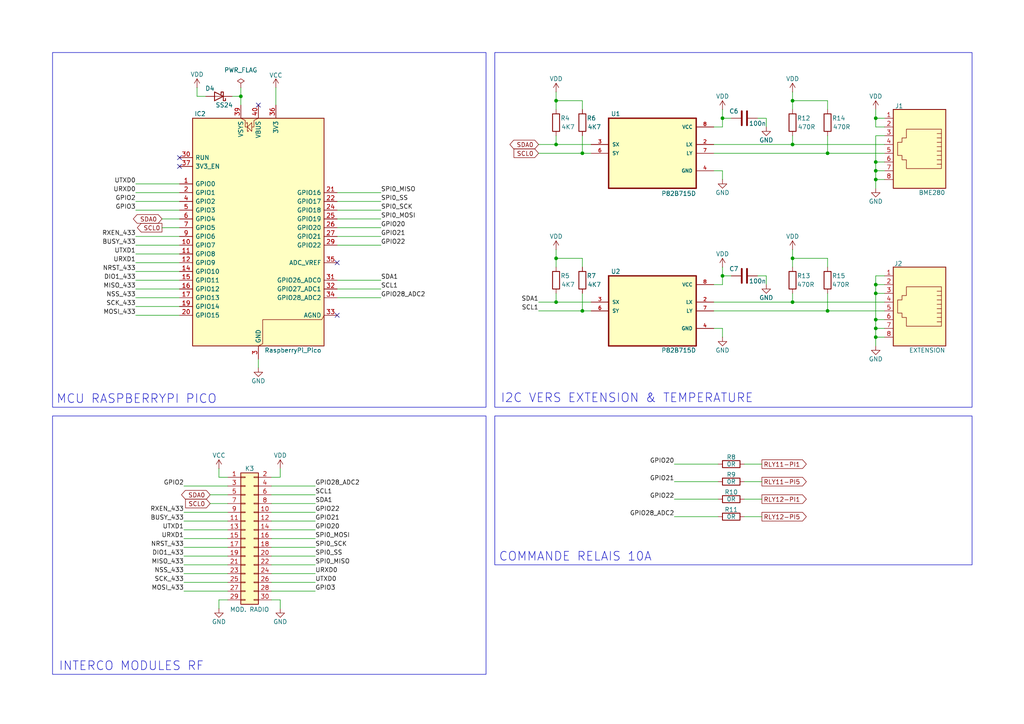
<source format=kicad_sch>
(kicad_sch (version 20250114) (generator "eeschema") (generator_version "9.0")
  (paper "A4")
  (title_block (title "Carte Interface relais") (rev "1C") (company "ADRASEC 38 - Nicolas F4ISE"))
  (lib_symbols
    (symbol "Connector:RJ45" (pin_names (offset 1.016))
      (property "Reference" "J" (at -5.08 13.97 0))
      (property "Value" "RJ45" (at 2.54 13.97 0))
      (symbol "RJ45_0_1"
        (polyline (pts (xy -6.35 1.905) (xy -5.08 1.905) (xy -5.08 1.905)))
        (polyline (pts (xy -6.35 0.635) (xy -5.08 0.635) (xy -5.08 0.635)))
        (polyline (pts (xy -6.35 -0.635) (xy -5.08 -0.635) (xy -5.08 -0.635)))
        (polyline (pts (xy -6.35 -1.905) (xy -5.08 -1.905) (xy -5.08 -1.905)))
        (polyline (pts (xy -6.35 -3.175) (xy -5.08 -3.175) (xy -5.08 -3.175)))
        (polyline (pts (xy -6.35 -4.445) (xy -6.35 6.985) (xy 3.81 6.985) (xy 3.81 4.445) (xy 5.08 4.445) (xy 5.08 3.175) (xy 6.35 3.175) (xy 6.35 -0.635) (xy 5.08 -0.635) (xy 5.08 -1.905) (xy 3.81 -1.905) (xy 3.81 -4.445) (xy -6.35 -4.445) (xy -6.35 -4.445)))
        (polyline (pts (xy -5.08 5.715) (xy -6.35 5.715)))
        (polyline (pts (xy -5.08 4.445) (xy -6.35 4.445)))
        (polyline (pts (xy -5.08 3.175) (xy -6.35 3.175) (xy -6.35 3.175)))
        (rectangle (start 7.62 12.7) (end -7.62 -10.16) (stroke (width 0.254)) (fill (type background)))
      )
      (symbol "RJ45_1_1"
        (pin passive line (at 10.16 10.16 180) (length 2.54) (name "~") (number "8"))
        (pin passive line (at 10.16 7.62 180) (length 2.54) (name "~") (number "7"))
        (pin passive line (at 10.16 5.08 180) (length 2.54) (name "~") (number "6"))
        (pin passive line (at 10.16 2.54 180) (length 2.54) (name "~") (number "5"))
        (pin passive line (at 10.16 0 180) (length 2.54) (name "~") (number "4"))
        (pin passive line (at 10.16 -2.54 180) (length 2.54) (name "~") (number "3"))
        (pin passive line (at 10.16 -5.08 180) (length 2.54) (name "~") (number "2"))
        (pin passive line (at 10.16 -7.62 180) (length 2.54) (name "~") (number "1"))
      )
    )
    (symbol "Connector_Generic:Conn_02x15_Odd_Even" (pin_names (offset 1.016) (hide yes))
      (property "Reference" "J" (at 1.27 20.32 0))
      (property "Value" "Conn_02x15_Odd_Even" (at 1.27 -20.32 0))
      (symbol "Conn_02x15_Odd_Even_1_1"
        (rectangle (start -1.27 19.05) (end 3.81 -19.05) (stroke (width 0.254)) (fill (type background)))
        (rectangle (start -1.27 17.907) (end 0 17.653) (stroke (width 0.1524)))
        (rectangle (start -1.27 15.367) (end 0 15.113) (stroke (width 0.1524)))
        (rectangle (start -1.27 12.827) (end 0 12.573) (stroke (width 0.1524)))
        (rectangle (start -1.27 10.287) (end 0 10.033) (stroke (width 0.1524)))
        (rectangle (start -1.27 7.747) (end 0 7.493) (stroke (width 0.1524)))
        (rectangle (start -1.27 5.207) (end 0 4.953) (stroke (width 0.1524)))
        (rectangle (start -1.27 2.667) (end 0 2.413) (stroke (width 0.1524)))
        (rectangle (start -1.27 0.127) (end 0 -0.127) (stroke (width 0.1524)))
        (rectangle (start -1.27 -2.413) (end 0 -2.667) (stroke (width 0.1524)))
        (rectangle (start -1.27 -4.953) (end 0 -5.207) (stroke (width 0.1524)))
        (rectangle (start -1.27 -7.493) (end 0 -7.747) (stroke (width 0.1524)))
        (rectangle (start -1.27 -10.033) (end 0 -10.287) (stroke (width 0.1524)))
        (rectangle (start -1.27 -12.573) (end 0 -12.827) (stroke (width 0.1524)))
        (rectangle (start -1.27 -15.113) (end 0 -15.367) (stroke (width 0.1524)))
        (rectangle (start -1.27 -17.653) (end 0 -17.907) (stroke (width 0.1524)))
        (rectangle (start 3.81 17.907) (end 2.54 17.653) (stroke (width 0.1524)))
        (rectangle (start 3.81 15.367) (end 2.54 15.113) (stroke (width 0.1524)))
        (rectangle (start 3.81 12.827) (end 2.54 12.573) (stroke (width 0.1524)))
        (rectangle (start 3.81 10.287) (end 2.54 10.033) (stroke (width 0.1524)))
        (rectangle (start 3.81 7.747) (end 2.54 7.493) (stroke (width 0.1524)))
        (rectangle (start 3.81 5.207) (end 2.54 4.953) (stroke (width 0.1524)))
        (rectangle (start 3.81 2.667) (end 2.54 2.413) (stroke (width 0.1524)))
        (rectangle (start 3.81 0.127) (end 2.54 -0.127) (stroke (width 0.1524)))
        (rectangle (start 3.81 -2.413) (end 2.54 -2.667) (stroke (width 0.1524)))
        (rectangle (start 3.81 -4.953) (end 2.54 -5.207) (stroke (width 0.1524)))
        (rectangle (start 3.81 -7.493) (end 2.54 -7.747) (stroke (width 0.1524)))
        (rectangle (start 3.81 -10.033) (end 2.54 -10.287) (stroke (width 0.1524)))
        (rectangle (start 3.81 -12.573) (end 2.54 -12.827) (stroke (width 0.1524)))
        (rectangle (start 3.81 -15.113) (end 2.54 -15.367) (stroke (width 0.1524)))
        (rectangle (start 3.81 -17.653) (end 2.54 -17.907) (stroke (width 0.1524)))
        (pin passive line (at -5.08 17.78 0) (length 3.81) (name "Pin_1") (number "1"))
        (pin passive line (at -5.08 15.24 0) (length 3.81) (name "Pin_3") (number "3"))
        (pin passive line (at -5.08 12.7 0) (length 3.81) (name "Pin_5") (number "5"))
        (pin passive line (at -5.08 10.16 0) (length 3.81) (name "Pin_7") (number "7"))
        (pin passive line (at -5.08 7.62 0) (length 3.81) (name "Pin_9") (number "9"))
        (pin passive line (at -5.08 5.08 0) (length 3.81) (name "Pin_11") (number "11"))
        (pin passive line (at -5.08 2.54 0) (length 3.81) (name "Pin_13") (number "13"))
        (pin passive line (at -5.08 0 0) (length 3.81) (name "Pin_15") (number "15"))
        (pin passive line (at -5.08 -2.54 0) (length 3.81) (name "Pin_17") (number "17"))
        (pin passive line (at -5.08 -5.08 0) (length 3.81) (name "Pin_19") (number "19"))
        (pin passive line (at -5.08 -7.62 0) (length 3.81) (name "Pin_21") (number "21"))
        (pin passive line (at -5.08 -10.16 0) (length 3.81) (name "Pin_23") (number "23"))
        (pin passive line (at -5.08 -12.7 0) (length 3.81) (name "Pin_25") (number "25"))
        (pin passive line (at -5.08 -15.24 0) (length 3.81) (name "Pin_27") (number "27"))
        (pin passive line (at -5.08 -17.78 0) (length 3.81) (name "Pin_29") (number "29"))
        (pin passive line (at 7.62 17.78 180) (length 3.81) (name "Pin_2") (number "2"))
        (pin passive line (at 7.62 15.24 180) (length 3.81) (name "Pin_4") (number "4"))
        (pin passive line (at 7.62 12.7 180) (length 3.81) (name "Pin_6") (number "6"))
        (pin passive line (at 7.62 10.16 180) (length 3.81) (name "Pin_8") (number "8"))
        (pin passive line (at 7.62 7.62 180) (length 3.81) (name "Pin_10") (number "10"))
        (pin passive line (at 7.62 5.08 180) (length 3.81) (name "Pin_12") (number "12"))
        (pin passive line (at 7.62 2.54 180) (length 3.81) (name "Pin_14") (number "14"))
        (pin passive line (at 7.62 0 180) (length 3.81) (name "Pin_16") (number "16"))
        (pin passive line (at 7.62 -2.54 180) (length 3.81) (name "Pin_18") (number "18"))
        (pin passive line (at 7.62 -5.08 180) (length 3.81) (name "Pin_20") (number "20"))
        (pin passive line (at 7.62 -7.62 180) (length 3.81) (name "Pin_22") (number "22"))
        (pin passive line (at 7.62 -10.16 180) (length 3.81) (name "Pin_24") (number "24"))
        (pin passive line (at 7.62 -12.7 180) (length 3.81) (name "Pin_26") (number "26"))
        (pin passive line (at 7.62 -15.24 180) (length 3.81) (name "Pin_28") (number "28"))
        (pin passive line (at 7.62 -17.78 180) (length 3.81) (name "Pin_30") (number "30"))
      )
    )
    (symbol "Device:C" (pin_numbers (hide yes)) (pin_names (offset 0.254))
      (property "Reference" "C" (at 0.635 2.54 0))
      (property "Value" "C" (at 0.635 -2.54 0))
      (symbol "C_0_1"
        (polyline (pts (xy -2.032 0.762) (xy 2.032 0.762)) (stroke (width 0.508)))
        (polyline (pts (xy -2.032 -0.762) (xy 2.032 -0.762)) (stroke (width 0.508)))
      )
      (symbol "C_1_1"
        (pin passive line (at 0 3.81 270) (length 2.794) (name "~") (number "1"))
        (pin passive line (at 0 -3.81 90) (length 2.794) (name "~") (number "2"))
      )
    )
    (symbol "Device:R" (pin_numbers (hide yes)) (pin_names (offset 0))
      (property "Reference" "R" (at 2.032 0 90))
      (property "Value" "R" (at 0 0 90))
      (symbol "R_0_1"
        (rectangle (start -1.016 -2.54) (end 1.016 2.54) (stroke (width 0.254)))
      )
      (symbol "R_1_1"
        (pin passive line (at 0 3.81 270) (length 1.27) (name "~") (number "1"))
        (pin passive line (at 0 -3.81 90) (length 1.27) (name "~") (number "2"))
      )
    )
    (symbol "Diode:1N5817" (pin_numbers (hide yes)) (pin_names (offset 1.016) (hide yes))
      (property "Reference" "D" (at 0 2.54 0))
      (property "Value" "1N5817" (at 0 -2.54 0))
      (symbol "1N5817_0_1"
        (polyline (pts (xy -1.905 0.635) (xy -1.905 1.27) (xy -1.27 1.27) (xy -1.27 -1.27) (xy -0.635 -1.27) (xy -0.635 -0.635)) (stroke (width 0.254)))
        (polyline (pts (xy 1.27 1.27) (xy 1.27 -1.27) (xy -1.27 0) (xy 1.27 1.27)) (stroke (width 0.254)))
        (polyline (pts (xy 1.27 0) (xy -1.27 0)))
      )
      (symbol "1N5817_1_1"
        (pin passive line (at -3.81 0 0) (length 2.54) (name "K") (number "1"))
        (pin passive line (at 3.81 0 180) (length 2.54) (name "A") (number "2"))
      )
    )
    (symbol "MCU_Module:RaspberryPi_Pico" (pin_names (offset 0.762))
      (property "Reference" "A" (at -19.05 35.56 0))
      (property "Value" "RaspberryPi_Pico" (at 7.62 35.56 0))
      (symbol "RaspberryPi_Pico_0_1"
        (rectangle (start -19.05 34.29) (end 19.05 -31.75) (stroke (width 0.254)) (fill (type background)))
        (polyline (pts (xy -5.08 34.29) (xy -3.81 33.655) (xy -3.81 31.75) (xy -3.175 31.75)))
        (polyline (pts (xy -3.429 32.766) (xy -3.429 33.02) (xy -3.175 33.02) (xy -3.175 30.48) (xy -2.921 30.48) (xy -2.921 30.734)))
        (polyline (pts (xy -3.175 31.75) (xy -1.905 33.02) (xy -1.905 30.48) (xy -3.175 31.75)))
        (polyline (pts (xy 0 34.29) (xy -1.27 33.655) (xy -1.27 31.75) (xy -1.905 31.75)))
        (polyline (pts (xy 0 -31.75) (xy 1.27 -31.115) (xy 1.27 -24.13) (xy 18.415 -24.13) (xy 19.05 -22.86)))
      )
      (symbol "RaspberryPi_Pico_1_1"
        (pin passive line (at -22.86 22.86 0) (length 3.81) (name "RUN") (number "30"))
        (pin passive line (at -22.86 20.32 0) (length 3.81) (name "3V3_EN") (number "37"))
        (pin bidirectional line (at -22.86 15.24 0) (length 3.81) (name "GPIO0") (number "1"))
        (pin bidirectional line (at -22.86 12.7 0) (length 3.81) (name "GPIO1") (number "2"))
        (pin bidirectional line (at -22.86 10.16 0) (length 3.81) (name "GPIO2") (number "4"))
        (pin bidirectional line (at -22.86 7.62 0) (length 3.81) (name "GPIO3") (number "5"))
        (pin bidirectional line (at -22.86 5.08 0) (length 3.81) (name "GPIO4") (number "6"))
        (pin bidirectional line (at -22.86 2.54 0) (length 3.81) (name "GPIO5") (number "7"))
        (pin bidirectional line (at -22.86 0 0) (length 3.81) (name "GPIO6") (number "9"))
        (pin bidirectional line (at -22.86 -2.54 0) (length 3.81) (name "GPIO7") (number "10"))
        (pin bidirectional line (at -22.86 -5.08 0) (length 3.81) (name "GPIO8") (number "11"))
        (pin bidirectional line (at -22.86 -7.62 0) (length 3.81) (name "GPIO9") (number "12"))
        (pin bidirectional line (at -22.86 -10.16 0) (length 3.81) (name "GPIO10") (number "14"))
        (pin bidirectional line (at -22.86 -12.7 0) (length 3.81) (name "GPIO11") (number "15"))
        (pin bidirectional line (at -22.86 -15.24 0) (length 3.81) (name "GPIO12") (number "16"))
        (pin bidirectional line (at -22.86 -17.78 0) (length 3.81) (name "GPIO13") (number "17"))
        (pin bidirectional line (at -22.86 -20.32 0) (length 3.81) (name "GPIO14") (number "19"))
        (pin bidirectional line (at -22.86 -22.86 0) (length 3.81) (name "GPIO15") (number "20"))
        (pin power_in line (at -5.08 38.1 270) (length 3.81) (name "VSYS") (number "39"))
        (pin power_out line (at 0 38.1 270) (length 3.81) (name "VBUS") (number "40"))
        (pin passive line (at 0 -35.56 90) (length 3.81) (hide yes) (name "GND") (number "13"))
        (pin passive line (at 0 -35.56 90) (length 3.81) (hide yes) (name "GND") (number "18"))
        (pin passive line (at 0 -35.56 90) (length 3.81) (hide yes) (name "GND") (number "23"))
        (pin passive line (at 0 -35.56 90) (length 3.81) (hide yes) (name "GND") (number "28"))
        (pin power_out line (at 0 -35.56 90) (length 3.81) (name "GND") (number "3"))
        (pin passive line (at 0 -35.56 90) (length 3.81) (hide yes) (name "GND") (number "38"))
        (pin passive line (at 0 -35.56 90) (length 3.81) (hide yes) (name "GND") (number "8"))
        (pin power_out line (at 5.08 38.1 270) (length 3.81) (name "3V3") (number "36"))
        (pin bidirectional line (at 22.86 12.7 180) (length 3.81) (name "GPIO16") (number "21"))
        (pin bidirectional line (at 22.86 10.16 180) (length 3.81) (name "GPIO17") (number "22"))
        (pin bidirectional line (at 22.86 7.62 180) (length 3.81) (name "GPIO18") (number "24"))
        (pin bidirectional line (at 22.86 5.08 180) (length 3.81) (name "GPIO19") (number "25"))
        (pin bidirectional line (at 22.86 2.54 180) (length 3.81) (name "GPIO20") (number "26"))
        (pin bidirectional line (at 22.86 0 180) (length 3.81) (name "GPIO21") (number "27"))
        (pin bidirectional line (at 22.86 -2.54 180) (length 3.81) (name "GPIO22") (number "29"))
        (pin power_in line (at 22.86 -7.62 180) (length 3.81) (name "ADC_VREF") (number "35"))
        (pin bidirectional line (at 22.86 -12.7 180) (length 3.81) (name "GPIO26_ADC0") (number "31"))
        (pin bidirectional line (at 22.86 -15.24 180) (length 3.81) (name "GPIO27_ADC1") (number "32"))
        (pin bidirectional line (at 22.86 -17.78 180) (length 3.81) (name "GPIO28_ADC2") (number "34"))
        (pin power_out line (at 22.86 -22.86 180) (length 3.81) (name "AGND") (number "33"))
      )
    )
    (symbol "P82B715D:P82B715D" (pin_names (offset 1.016))
      (property "Reference" "U" (at -12.7 11.16 0))
      (property "Value" "P82B715D" (at -12.7 -14.16 0))
      (symbol "P82B715D_0_0"
        (rectangle (start -12.7 -10.16) (end 12.7 10.16) (stroke (width 0.41)) (fill (type background)))
        (pin input line (at -17.78 2.54 0) (length 5.08) (name "SX") (number "3"))
        (pin input line (at -17.78 0 0) (length 5.08) (name "SY") (number "6"))
        (pin power_in line (at 17.78 7.62 180) (length 5.08) (name "VCC") (number "8"))
        (pin output line (at 17.78 2.54 180) (length 5.08) (name "LX") (number "2"))
        (pin output line (at 17.78 0 180) (length 5.08) (name "LY") (number "7"))
        (pin power_in line (at 17.78 -5.08 180) (length 5.08) (name "GND") (number "4"))
      )
    )
    (symbol "power:GND" (power) (pin_numbers (hide yes)) (pin_names (offset 0) (hide yes))
      (property "Value" "GND" (at 0 -3.81 0))
      (symbol "GND_0_1"
        (polyline (pts (xy 0 0) (xy 0 -1.27) (xy 1.27 -1.27) (xy 0 -2.54) (xy -1.27 -1.27) (xy 0 -1.27)))
      )
      (symbol "GND_1_1"
        (pin power_in line (at 0 0 270) (length 0) (name "~") (number "1"))
      )
    )
    (symbol "power:PWR_FLAG" (power) (pin_numbers (hide yes)) (pin_names (offset 0) (hide yes))
      (property "Value" "PWR_FLAG" (at 0 3.81 0))
      (symbol "PWR_FLAG_0_0"
        (pin power_out line (at 0 0 90) (length 0) (name "~") (number "1"))
      )
      (symbol "PWR_FLAG_0_1"
        (polyline (pts (xy 0 0) (xy 0 1.27) (xy -1.016 1.905) (xy 0 2.54) (xy 1.016 1.905) (xy 0 1.27)))
      )
    )
    (symbol "power:VCC" (power) (pin_numbers (hide yes)) (pin_names (offset 0) (hide yes))
      (property "Value" "VCC" (at 0 3.556 0))
      (symbol "VCC_0_1"
        (polyline (pts (xy -0.762 1.27) (xy 0 2.54)))
        (polyline (pts (xy 0 2.54) (xy 0.762 1.27)))
        (polyline (pts (xy 0 0) (xy 0 2.54)))
      )
      (symbol "VCC_1_1"
        (pin power_in line (at 0 0 90) (length 0) (name "~") (number "1"))
      )
    )
    (symbol "power:VDD" (power) (pin_numbers (hide yes)) (pin_names (offset 0) (hide yes))
      (property "Value" "VDD" (at 0 3.556 0))
      (symbol "VDD_0_1"
        (polyline (pts (xy -0.762 1.27) (xy 0 2.54)))
        (polyline (pts (xy 0 2.54) (xy 0.762 1.27)))
        (polyline (pts (xy 0 0) (xy 0 2.54)))
      )
      (symbol "VDD_1_1"
        (pin power_in line (at 0 0 90) (length 0) (name "~") (number "1"))
      )
    )
  )
  (rectangle (start 15.24 15.24) (end 140.97 118.11))
  (rectangle (start 143.51 15.24) (end 281.94 118.11))
  (rectangle (start 15.24 120.65) (end 140.97 195.58))
  (rectangle (start 143.51 120.65) (end 281.94 163.83))
  (text "I2C VERS EXTENSION & TEMPERATURE" (at 181.864 115.57 0) (effects (font (size 2.54 2.54))))
  (text "INTERCO MODULES RF" (at 38.1 193.294 0) (effects (font (size 2.54 2.54))))
  (text "COMMANDE RELAIS 10A" (at 166.878 161.544 0) (effects (font (size 2.54 2.54))))
  (text "MCU RASPBERRYPI PICO" (at 39.624 115.824 0) (effects (font (size 2.54 2.54))))
  (junction (at 161.29 74.93))
  (junction (at 209.55 34.29))
  (junction (at 254 92.71))
  (junction (at 254 85.09))
  (junction (at 254 95.25))
  (junction (at 69.85 27.94))
  (junction (at 168.91 90.17))
  (junction (at 229.87 29.21))
  (junction (at 168.91 44.45))
  (junction (at 161.29 87.63))
  (junction (at 240.03 90.17))
  (junction (at 254 46.99))
  (junction (at 209.55 80.01))
  (junction (at 254 34.29))
  (junction (at 254 49.53))
  (junction (at 161.29 29.21))
  (junction (at 240.03 44.45))
  (junction (at 254 97.79))
  (junction (at 229.87 87.63))
  (junction (at 254 52.07))
  (junction (at 161.29 41.91))
  (junction (at 229.87 74.93))
  (junction (at 229.87 41.91))
  (junction (at 254 82.55))
  (no_connect (at 97.79 76.2))
  (no_connect (at 74.93 30.48))
  (no_connect (at 52.07 48.26))
  (no_connect (at 97.79 91.44))
  (no_connect (at 52.07 45.72))
  (wire (pts (xy 53.34 158.75) (xy 66.04 158.75)))
  (wire (pts (xy 161.29 29.21) (xy 168.91 29.21)))
  (wire (pts (xy 254 80.01) (xy 254 82.55)))
  (wire (pts (xy 222.25 80.01) (xy 222.25 82.55)))
  (wire (pts (xy 240.03 44.45) (xy 256.54 44.45)))
  (wire (pts (xy 52.07 63.5) (xy 46.99 63.5)))
  (wire (pts (xy 161.29 26.67) (xy 161.29 29.21)))
  (wire (pts (xy 53.34 168.91) (xy 66.04 168.91)))
  (wire (pts (xy 78.74 153.67) (xy 91.44 153.67)))
  (wire (pts (xy 97.79 86.36) (xy 110.49 86.36)))
  (wire (pts (xy 60.96 143.51) (xy 66.04 143.51)))
  (wire (pts (xy 168.91 90.17) (xy 156.21 90.17)))
  (wire (pts (xy 229.87 41.91) (xy 229.87 39.37)))
  (wire (pts (xy 168.91 39.37) (xy 168.91 44.45)))
  (wire (pts (xy 209.55 34.29) (xy 209.55 36.83)))
  (wire (pts (xy 63.5 135.89) (xy 63.5 138.43)))
  (wire (pts (xy 53.34 161.29) (xy 66.04 161.29)))
  (wire (pts (xy 207.01 41.91) (xy 229.87 41.91)))
  (wire (pts (xy 254 97.79) (xy 256.54 97.79)))
  (wire (pts (xy 97.79 68.58) (xy 110.49 68.58)))
  (wire (pts (xy 97.79 83.82) (xy 110.49 83.82)))
  (wire (pts (xy 207.01 82.55) (xy 209.55 82.55)))
  (wire (pts (xy 39.37 88.9) (xy 52.07 88.9)))
  (wire (pts (xy 254 85.09) (xy 254 92.71)))
  (wire (pts (xy 208.28 139.7) (xy 195.58 139.7)))
  (wire (pts (xy 208.28 144.78) (xy 195.58 144.78)))
  (wire (pts (xy 256.54 36.83) (xy 254 36.83)))
  (wire (pts (xy 78.74 173.99) (xy 81.28 173.99)))
  (wire (pts (xy 254 39.37) (xy 254 46.99)))
  (wire (pts (xy 215.9 144.78) (xy 220.98 144.78)))
  (wire (pts (xy 229.87 74.93) (xy 240.03 74.93)))
  (wire (pts (xy 39.37 81.28) (xy 52.07 81.28)))
  (wire (pts (xy 97.79 63.5) (xy 110.49 63.5)))
  (wire (pts (xy 81.28 173.99) (xy 81.28 176.53)))
  (wire (pts (xy 69.85 27.94) (xy 69.85 30.48)))
  (wire (pts (xy 168.91 44.45) (xy 156.21 44.45)))
  (wire (pts (xy 209.55 77.47) (xy 209.55 80.01)))
  (wire (pts (xy 208.28 134.62) (xy 195.58 134.62)))
  (wire (pts (xy 53.34 166.37) (xy 66.04 166.37)))
  (wire (pts (xy 171.45 41.91) (xy 161.29 41.91)))
  (wire (pts (xy 97.79 71.12) (xy 110.49 71.12)))
  (wire (pts (xy 254 95.25) (xy 254 97.79)))
  (wire (pts (xy 78.74 166.37) (xy 91.44 166.37)))
  (wire (pts (xy 66.04 140.97) (xy 53.34 140.97)))
  (wire (pts (xy 208.28 149.86) (xy 195.58 149.86)))
  (wire (pts (xy 52.07 55.88) (xy 39.37 55.88)))
  (wire (pts (xy 207.01 49.53) (xy 209.55 49.53)))
  (wire (pts (xy 78.74 148.59) (xy 91.44 148.59)))
  (wire (pts (xy 207.01 90.17) (xy 240.03 90.17)))
  (wire (pts (xy 53.34 156.21) (xy 66.04 156.21)))
  (wire (pts (xy 97.79 55.88) (xy 110.49 55.88)))
  (wire (pts (xy 254 92.71) (xy 256.54 92.71)))
  (wire (pts (xy 168.91 85.09) (xy 168.91 90.17)))
  (wire (pts (xy 229.87 72.39) (xy 229.87 74.93)))
  (wire (pts (xy 52.07 53.34) (xy 39.37 53.34)))
  (wire (pts (xy 78.74 156.21) (xy 91.44 156.21)))
  (wire (pts (xy 39.37 83.82) (xy 52.07 83.82)))
  (wire (pts (xy 161.29 72.39) (xy 161.29 74.93)))
  (wire (pts (xy 171.45 44.45) (xy 168.91 44.45)))
  (wire (pts (xy 97.79 58.42) (xy 110.49 58.42)))
  (wire (pts (xy 254 95.25) (xy 256.54 95.25)))
  (wire (pts (xy 63.5 173.99) (xy 63.5 176.53)))
  (wire (pts (xy 229.87 87.63) (xy 229.87 85.09)))
  (wire (pts (xy 222.25 34.29) (xy 222.25 36.83)))
  (wire (pts (xy 219.71 34.29) (xy 222.25 34.29)))
  (wire (pts (xy 256.54 39.37) (xy 254 39.37)))
  (wire (pts (xy 78.74 151.13) (xy 91.44 151.13)))
  (wire (pts (xy 254 97.79) (xy 254 100.33)))
  (wire (pts (xy 97.79 66.04) (xy 110.49 66.04)))
  (wire (pts (xy 80.01 25.4) (xy 80.01 30.48)))
  (wire (pts (xy 254 49.53) (xy 256.54 49.53)))
  (wire (pts (xy 39.37 71.12) (xy 52.07 71.12)))
  (wire (pts (xy 161.29 87.63) (xy 156.21 87.63)))
  (wire (pts (xy 78.74 161.29) (xy 91.44 161.29)))
  (wire (pts (xy 78.74 143.51) (xy 91.44 143.51)))
  (wire (pts (xy 229.87 74.93) (xy 229.87 77.47)))
  (wire (pts (xy 229.87 87.63) (xy 256.54 87.63)))
  (wire (pts (xy 97.79 81.28) (xy 110.49 81.28)))
  (wire (pts (xy 215.9 149.86) (xy 220.98 149.86)))
  (wire (pts (xy 53.34 148.59) (xy 66.04 148.59)))
  (wire (pts (xy 240.03 29.21) (xy 240.03 31.75)))
  (wire (pts (xy 53.34 171.45) (xy 66.04 171.45)))
  (wire (pts (xy 78.74 146.05) (xy 91.44 146.05)))
  (wire (pts (xy 39.37 91.44) (xy 52.07 91.44)))
  (wire (pts (xy 78.74 138.43) (xy 81.28 138.43)))
  (wire (pts (xy 74.93 104.14) (xy 74.93 106.68)))
  (wire (pts (xy 78.74 163.83) (xy 91.44 163.83)))
  (wire (pts (xy 254 46.99) (xy 254 49.53)))
  (wire (pts (xy 240.03 44.45) (xy 240.03 39.37)))
  (wire (pts (xy 161.29 74.93) (xy 161.29 77.47)))
  (wire (pts (xy 52.07 66.04) (xy 46.99 66.04)))
  (wire (pts (xy 53.34 153.67) (xy 66.04 153.67)))
  (wire (pts (xy 229.87 41.91) (xy 256.54 41.91)))
  (wire (pts (xy 67.31 27.94) (xy 69.85 27.94)))
  (wire (pts (xy 66.04 173.99) (xy 63.5 173.99)))
  (wire (pts (xy 209.55 95.25) (xy 209.55 97.79)))
  (wire (pts (xy 254 31.75) (xy 254 34.29)))
  (wire (pts (xy 57.15 27.94) (xy 59.69 27.94)))
  (wire (pts (xy 229.87 29.21) (xy 240.03 29.21)))
  (wire (pts (xy 171.45 90.17) (xy 168.91 90.17)))
  (wire (pts (xy 78.74 158.75) (xy 91.44 158.75)))
  (wire (pts (xy 207.01 95.25) (xy 209.55 95.25)))
  (wire (pts (xy 254 82.55) (xy 254 85.09)))
  (wire (pts (xy 39.37 60.96) (xy 52.07 60.96)))
  (wire (pts (xy 256.54 85.09) (xy 254 85.09)))
  (wire (pts (xy 254 36.83) (xy 254 34.29)))
  (wire (pts (xy 161.29 29.21) (xy 161.29 31.75)))
  (wire (pts (xy 97.79 60.96) (xy 110.49 60.96)))
  (wire (pts (xy 254 34.29) (xy 256.54 34.29)))
  (wire (pts (xy 168.91 29.21) (xy 168.91 31.75)))
  (wire (pts (xy 254 46.99) (xy 256.54 46.99)))
  (wire (pts (xy 207.01 44.45) (xy 240.03 44.45)))
  (wire (pts (xy 254 92.71) (xy 254 95.25)))
  (wire (pts (xy 215.9 139.7) (xy 220.98 139.7)))
  (wire (pts (xy 229.87 26.67) (xy 229.87 29.21)))
  (wire (pts (xy 39.37 86.36) (xy 52.07 86.36)))
  (wire (pts (xy 78.74 168.91) (xy 91.44 168.91)))
  (wire (pts (xy 171.45 87.63) (xy 161.29 87.63)))
  (wire (pts (xy 207.01 87.63) (xy 229.87 87.63)))
  (wire (pts (xy 240.03 74.93) (xy 240.03 77.47)))
  (wire (pts (xy 53.34 163.83) (xy 66.04 163.83)))
  (wire (pts (xy 254 52.07) (xy 256.54 52.07)))
  (wire (pts (xy 60.96 146.05) (xy 66.04 146.05)))
  (wire (pts (xy 39.37 73.66) (xy 52.07 73.66)))
  (wire (pts (xy 39.37 68.58) (xy 52.07 68.58)))
  (wire (pts (xy 209.55 80.01) (xy 212.09 80.01)))
  (wire (pts (xy 39.37 58.42) (xy 52.07 58.42)))
  (wire (pts (xy 215.9 134.62) (xy 220.98 134.62)))
  (wire (pts (xy 254 52.07) (xy 254 54.61)))
  (wire (pts (xy 168.91 74.93) (xy 168.91 77.47)))
  (wire (pts (xy 240.03 90.17) (xy 256.54 90.17)))
  (wire (pts (xy 161.29 85.09) (xy 161.29 87.63)))
  (wire (pts (xy 53.34 151.13) (xy 66.04 151.13)))
  (wire (pts (xy 69.85 25.4) (xy 69.85 27.94)))
  (wire (pts (xy 254 80.01) (xy 256.54 80.01)))
  (wire (pts (xy 240.03 90.17) (xy 240.03 85.09)))
  (wire (pts (xy 209.55 31.75) (xy 209.55 34.29)))
  (wire (pts (xy 209.55 80.01) (xy 209.55 82.55)))
  (wire (pts (xy 254 82.55) (xy 256.54 82.55)))
  (wire (pts (xy 229.87 29.21) (xy 229.87 31.75)))
  (wire (pts (xy 78.74 171.45) (xy 91.44 171.45)))
  (wire (pts (xy 81.28 135.89) (xy 81.28 138.43)))
  (wire (pts (xy 209.55 34.29) (xy 212.09 34.29)))
  (wire (pts (xy 254 49.53) (xy 254 52.07)))
  (wire (pts (xy 78.74 140.97) (xy 91.44 140.97)))
  (wire (pts (xy 209.55 49.53) (xy 209.55 52.07)))
  (wire (pts (xy 39.37 78.74) (xy 52.07 78.74)))
  (wire (pts (xy 39.37 76.2) (xy 52.07 76.2)))
  (wire (pts (xy 161.29 41.91) (xy 156.21 41.91)))
  (wire (pts (xy 161.29 74.93) (xy 168.91 74.93)))
  (wire (pts (xy 66.04 138.43) (xy 63.5 138.43)))
  (wire (pts (xy 219.71 80.01) (xy 222.25 80.01)))
  (wire (pts (xy 207.01 36.83) (xy 209.55 36.83)))
  (wire (pts (xy 57.15 25.4) (xy 57.15 27.94)))
  (wire (pts (xy 161.29 39.37) (xy 161.29 41.91)))
  (label "RXEN_433" (at 53.34 148.59 180))
  (label "URXD1" (at 53.34 156.21 180))
  (label "SCK_433" (at 39.37 88.9 180))
  (label "URXD0" (at 91.44 166.37 0))
  (label "GPIO28_ADC2" (at 110.49 86.36 0))
  (label "GPIO20" (at 195.58 134.62 180))
  (label "GPIO28_ADC2" (at 91.44 140.97 0))
  (label "GPIO21" (at 195.58 139.7 180))
  (label "MOSI_433" (at 53.34 171.45 180))
  (label "SDA1" (at 91.44 146.05 0))
  (label "MOSI_433" (at 39.37 91.44 180))
  (label "UTXD0" (at 39.37 53.34 180))
  (label "GPIO2" (at 53.34 140.97 180))
  (label "GPIO21" (at 110.49 68.58 0))
  (label "SPI0_SS" (at 91.44 161.29 0))
  (label "MISO_433" (at 53.34 163.83 180))
  (label "SPI0_MOSI" (at 110.49 63.5 0))
  (label "GPIO28_ADC2" (at 195.58 149.86 180))
  (label "SDA1" (at 110.49 81.28 0))
  (label "SCL1" (at 91.44 143.51 0))
  (label "GPIO20" (at 110.49 66.04 0))
  (label "BUSY_433" (at 39.37 71.12 180))
  (label "SCL1" (at 110.49 83.82 0))
  (label "DIO1_433" (at 39.37 81.28 180))
  (label "UTXD1" (at 53.34 153.67 180))
  (label "SPI0_MISO" (at 110.49 55.88 0))
  (label "GPIO20" (at 91.44 153.67 0))
  (label "GPIO3" (at 91.44 171.45 0))
  (label "RXEN_433" (at 39.37 68.58 180))
  (label "SPI0_MOSI" (at 91.44 156.21 0))
  (label "BUSY_433" (at 53.34 151.13 180))
  (label "SCK_433" (at 53.34 168.91 180))
  (label "SPI0_MISO" (at 91.44 163.83 0))
  (label "URXD0" (at 39.37 55.88 180))
  (label "NSS_433" (at 53.34 166.37 180))
  (label "UTXD1" (at 39.37 73.66 180))
  (label "UTXD0" (at 91.44 168.91 0))
  (label "DIO1_433" (at 53.34 161.29 180))
  (label "NSS_433" (at 39.37 86.36 180))
  (label "GPIO22" (at 110.49 71.12 0))
  (label "GPIO2" (at 39.37 58.42 180))
  (label "GPIO22" (at 91.44 148.59 0))
  (label "GPIO3" (at 39.37 60.96 180))
  (label "SCL1" (at 156.21 90.17 180))
  (label "NRST_433" (at 53.34 158.75 180))
  (label "GPIO21" (at 91.44 151.13 0))
  (label "SPI0_SS" (at 110.49 58.42 0))
  (label "SPI0_SCK" (at 91.44 158.75 0))
  (label "SPI0_SCK" (at 110.49 60.96 0))
  (label "NRST_433" (at 39.37 78.74 180))
  (label "GPIO22" (at 195.58 144.78 180))
  (label "SDA1" (at 156.21 87.63 180))
  (label "URXD1" (at 39.37 76.2 180))
  (label "MISO_433" (at 39.37 83.82 180))
  (global_label "SDA0" (shape bidirectional) (at 46.99 63.5 180) (property "Intersheetrefs" "${INTERSHEET_REFS}" (effects (hide yes))))
  (global_label "SCL0" (shape input) (at 156.21 44.45 180) (property "Intersheetrefs" "${INTERSHEET_REFS}" (effects (hide yes))))
  (global_label "SCL0" (shape input) (at 60.96 146.05 180) (property "Intersheetrefs" "${INTERSHEET_REFS}" (effects (hide yes))))
  (global_label "RLY12-PI5" (shape output) (at 220.98 149.86 0) (property "Intersheetrefs" "${INTERSHEET_REFS}" (effects (hide yes))))
  (global_label "SDA0" (shape bidirectional) (at 60.96 143.51 180) (property "Intersheetrefs" "${INTERSHEET_REFS}" (effects (hide yes))))
  (global_label "SCL0" (shape output) (at 46.99 66.04 180) (property "Intersheetrefs" "${INTERSHEET_REFS}" (effects (hide yes))))
  (global_label "SDA0" (shape bidirectional) (at 156.21 41.91 180) (property "Intersheetrefs" "${INTERSHEET_REFS}" (effects (hide yes))))
  (global_label "RLY11-PI1" (shape output) (at 220.98 134.62 0) (property "Intersheetrefs" "${INTERSHEET_REFS}" (effects (hide yes))))
  (global_label "RLY12-PI1" (shape output) (at 220.98 144.78 0) (property "Intersheetrefs" "${INTERSHEET_REFS}" (effects (hide yes))))
  (global_label "RLY11-PI5" (shape output) (at 220.98 139.7 0) (property "Intersheetrefs" "${INTERSHEET_REFS}" (effects (hide yes))))
  (symbol (lib_id "power:VDD") (at 63.5 135.89 0) (mirror y) (unit 1)
    (property "Reference" "#PWR014" (effects (hide yes)))
    (property "Value" "VCC" (at 63.5 132.08 0))
    (property "Description" "Power symbol creates a global label with name \"VDD\"" (effects (hide yes)))
  )
  (symbol (lib_id "power:PWR_FLAG") (at 69.85 25.4 0) (unit 1)
    (property "Reference" "#FLG04" (effects (hide yes)))
    (property "Value" "PWR_FLAG" (at 69.85 20.32 0))
    (property "Description" "Special symbol for telling ERC where power comes from" (effects (hide yes)))
  )
  (symbol (lib_id "power:VDD") (at 57.15 25.4 0) (unit 1)
    (property "Reference" "#PWR013" (effects (hide yes)))
    (property "Value" "VDD" (at 57.15 21.59 0))
    (property "Description" "Power symbol creates a global label with name \"VDD\"" (effects (hide yes)))
  )
  (symbol (lib_id "P82B715D:P82B715D") (at 189.23 44.45 0) (unit 1)
    (property "Reference" "U1" (at 178.562 33.02 0))
    (property "Value" "P82B715D" (at 196.85 56.134 0))
    (property "Footprint" "P82B715D:SOIC127P599X175-8N" (effects (hide yes)))
    (property "MF" "Texas Instruments" (effects (hide yes)))
    (property "Description_1" "2-bit bidirectional 3- to 12-V 400-kHz I2C/SMBus buffer/cable extender" (effects (hide yes)))
    (property "Package" "SOIC-8 Texas Instruments" (effects (hide yes)))
    (property "Price" "None" (effects (hide yes)))
    (property "SnapEDA_Link" "https://www.snapeda.com/parts/P82B715D/Texas+Instruments/view-part/?ref=snap" (effects (hide yes)))
    (property "MP" "P82B715D" (effects (hide yes)))
    (property "Availability" "In Stock" (effects (hide yes)))
    (property "Check_prices" "https://www.snapeda.com/parts/P82B715D/Texas+Instruments/view-part/?ref=eda" (effects (hide yes)))
  )
  (symbol (lib_id "power:GND") (at 81.28 176.53 0) (unit 1)
    (property "Reference" "#PWR019" (effects (hide yes)))
    (property "Value" "GND" (at 81.28 180.34 0))
    (property "Description" "Power symbol creates a global label with name \"GND\" , ground" (effects (hide yes)))
  )
  (symbol (lib_id "Device:R") (at 240.03 35.56 0) (unit 1)
    (property "Reference" "R14" (at 241.3 34.29 0) (effects (justify left)))
    (property "Value" "470R" (at 241.554 36.83 0) (effects (justify left)))
    (property "Footprint" "Resistor_SMD:R_0603_1608Metric" (effects (hide yes)))
    (property "Description" "Resistor" (effects (hide yes)))
  )
  (symbol (lib_id "power:GND") (at 254 100.33 0) (unit 1)
    (property "Reference" "#PWR033" (effects (hide yes)))
    (property "Value" "GND" (at 254 104.14 0))
    (property "Description" "Power symbol creates a global label with name \"GND\" , ground" (effects (hide yes)))
  )
  (symbol (lib_id "MCU_Module:RaspberryPi_Pico") (at 74.93 68.58 0) (unit 1)
    (property "Reference" "IC2" (at 56.388 33.02 0) (effects (justify left)))
    (property "Value" "RaspberryPi_Pico" (at 76.708 101.6 0) (effects (justify left)))
    (property "Footprint" "Module:RaspberryPi_Pico_Common_Unspecified" (effects (hide yes)))
    (property "Datasheet" "https://datasheets.raspberrypi.com/pico/pico-datasheet.pdf" (effects (hide yes)))
    (property "Description" "Versatile and inexpensive microcontroller module powered by RP2040 dual-core Arm Cortex-M0+ processor up to 133 MHz, 264kB SRAM, 2MB QSPI flash; also supports Raspberry Pi Pico 2" (effects (hide yes)))
  )
  (symbol (lib_id "power:GND") (at 209.55 97.79 0) (unit 1)
    (property "Reference" "#PWR025" (effects (hide yes)))
    (property "Value" "GND" (at 209.55 101.6 0))
    (property "Description" "Power symbol creates a global label with name \"GND\" , ground" (effects (hide yes)))
  )
  (symbol (lib_id "Device:R") (at 168.91 81.28 0) (unit 1)
    (property "Reference" "R7" (at 170.18 80.01 0) (effects (justify left)))
    (property "Value" "4K7" (at 170.434 82.55 0) (effects (justify left)))
    (property "Footprint" "Resistor_SMD:R_0603_1608Metric" (effects (hide yes)))
    (property "Description" "Resistor" (effects (hide yes)))
  )
  (symbol (lib_id "power:GND") (at 209.55 52.07 0) (unit 1)
    (property "Reference" "#PWR023" (effects (hide yes)))
    (property "Value" "GND" (at 209.55 55.88 0))
    (property "Description" "Power symbol creates a global label with name \"GND\" , ground" (effects (hide yes)))
  )
  (symbol (lib_id "power:VDD") (at 254 31.75 0) (unit 1)
    (property "Reference" "#PWR030" (effects (hide yes)))
    (property "Value" "VDD" (at 254 27.94 0))
    (property "Description" "Power symbol creates a global label with name \"VDD\"" (effects (hide yes)))
  )
  (symbol (lib_id "Device:C") (at 215.9 34.29 90) (unit 1)
    (property "Reference" "C6" (at 212.852 32.258 90))
    (property "Value" "100n" (at 219.71 35.814 90))
    (property "Footprint" "Capacitor_SMD:C_0603_1608Metric" (effects (hide yes)))
    (property "Description" "Unpolarized capacitor" (effects (hide yes)))
  )
  (symbol (lib_id "Device:R") (at 168.91 35.56 0) (unit 1)
    (property "Reference" "R6" (at 170.18 34.29 0) (effects (justify left)))
    (property "Value" "4K7" (at 170.434 36.83 0) (effects (justify left)))
    (property "Footprint" "Resistor_SMD:R_0603_1608Metric" (effects (hide yes)))
    (property "Description" "Resistor" (effects (hide yes)))
  )
  (symbol (lib_id "Device:R") (at 212.09 144.78 90) (unit 1)
    (property "Reference" "R10" (at 212.09 142.748 90))
    (property "Value" "0R" (at 212.09 144.78 90))
    (property "Footprint" "Resistor_SMD:R_0603_1608Metric" (effects (hide yes)))
    (property "Description" "Resistor" (effects (hide yes)))
  )
  (symbol (lib_id "power:VDD") (at 229.87 72.39 0) (unit 1)
    (property "Reference" "#PWR029" (effects (hide yes)))
    (property "Value" "VDD" (at 229.87 68.58 0))
    (property "Description" "Power symbol creates a global label with name \"VDD\"" (effects (hide yes)))
  )
  (symbol (lib_id "power:VDD") (at 229.87 26.67 0) (unit 1)
    (property "Reference" "#PWR028" (effects (hide yes)))
    (property "Value" "VDD" (at 229.87 22.86 0))
    (property "Description" "Power symbol creates a global label with name \"VDD\"" (effects (hide yes)))
  )
  (symbol (lib_id "power:VDD") (at 161.29 26.67 0) (unit 1)
    (property "Reference" "#PWR020" (effects (hide yes)))
    (property "Value" "VDD" (at 161.29 22.86 0))
    (property "Description" "Power symbol creates a global label with name \"VDD\"" (effects (hide yes)))
  )
  (symbol (lib_id "Device:R") (at 229.87 81.28 0) (unit 1)
    (property "Reference" "R13" (at 231.14 80.01 0) (effects (justify left)))
    (property "Value" "470R" (at 231.14 82.55 0) (effects (justify left)))
    (property "Footprint" "Resistor_SMD:R_0603_1608Metric" (effects (hide yes)))
    (property "Description" "Resistor" (effects (hide yes)))
  )
  (symbol (lib_id "power:VDD") (at 81.28 135.89 0) (unit 1)
    (property "Reference" "#PWR018" (effects (hide yes)))
    (property "Value" "VDD" (at 81.28 132.08 0))
    (property "Description" "Power symbol creates a global label with name \"VDD\"" (effects (hide yes)))
  )
  (symbol (lib_id "Connector_Generic:Conn_02x15_Odd_Even") (at 71.12 156.21 0) (unit 1)
    (property "Reference" "K3" (at 72.39 135.89 0))
    (property "Value" "MOD. RADIO" (at 72.39 176.784 0))
    (property "Footprint" "Connector_PinHeader_2.54mm:PinHeader_2x15_P2.54mm_Vertical" (effects (hide yes)))
    (property "Description" "Generic connector, double row, 02x15, odd/even pin numbering scheme (row 1 odd numbers, row 2 even numbers), script generated (kicad-library-utils/schlib/autogen/connector/)" (effects (hide yes)))
  )
  (symbol (lib_id "Device:R") (at 161.29 35.56 0) (unit 1)
    (property "Reference" "R4" (at 162.56 34.29 0) (effects (justify left)))
    (property "Value" "4K7" (at 162.814 36.83 0) (effects (justify left)))
    (property "Footprint" "Resistor_SMD:R_0603_1608Metric" (effects (hide yes)))
    (property "Description" "Resistor" (effects (hide yes)))
  )
  (symbol (lib_id "power:VCC") (at 80.01 25.4 0) (unit 1)
    (property "Reference" "#PWR017" (effects (hide yes)))
    (property "Value" "VCC" (at 80.01 21.844 0))
    (property "Description" "Power symbol creates a global label with name \"VCC\"" (effects (hide yes)))
  )
  (symbol (lib_id "P82B715D:P82B715D") (at 189.23 90.17 0) (unit 1)
    (property "Reference" "U2" (at 178.562 78.74 0))
    (property "Value" "P82B715D" (at 196.85 101.6 0))
    (property "Footprint" "P82B715D:SOIC127P599X175-8N" (effects (hide yes)))
    (property "MF" "Texas Instruments" (effects (hide yes)))
    (property "Description_1" "2-bit bidirectional 3- to 12-V 400-kHz I2C/SMBus buffer/cable extender" (effects (hide yes)))
    (property "Package" "SOIC-8 Texas Instruments" (effects (hide yes)))
    (property "Price" "None" (effects (hide yes)))
    (property "SnapEDA_Link" "https://www.snapeda.com/parts/P82B715D/Texas+Instruments/view-part/?ref=snap" (effects (hide yes)))
    (property "MP" "P82B715D" (effects (hide yes)))
    (property "Availability" "In Stock" (effects (hide yes)))
    (property "Check_prices" "https://www.snapeda.com/parts/P82B715D/Texas+Instruments/view-part/?ref=eda" (effects (hide yes)))
  )
  (symbol (lib_id "Connector:RJ45") (at 266.7 87.63 180) (unit 1)
    (property "Reference" "J2" (at 259.334 76.454 0) (effects (justify right)))
    (property "Value" "EXTENSION" (at 263.652 101.6 0) (effects (justify right)))
    (property "Footprint" "Connector_RJ:RJ45_Amphenol_54602-x08_Horizontal" (effects (hide yes)))
    (property "Description" "RJ connector, 8P8C (8 positions 8 connected)" (effects (hide yes)))
  )
  (symbol (lib_id "power:GND") (at 222.25 82.55 0) (unit 1)
    (property "Reference" "#PWR027" (effects (hide yes)))
    (property "Value" "GND" (at 222.25 86.36 0))
    (property "Description" "Power symbol creates a global label with name \"GND\" , ground" (effects (hide yes)))
  )
  (symbol (lib_id "Device:R") (at 240.03 81.28 0) (unit 1)
    (property "Reference" "R15" (at 241.3 80.01 0) (effects (justify left)))
    (property "Value" "470R" (at 241.3 82.55 0) (effects (justify left)))
    (property "Footprint" "Resistor_SMD:R_0603_1608Metric" (effects (hide yes)))
    (property "Description" "Resistor" (effects (hide yes)))
  )
  (symbol (lib_id "Device:R") (at 212.09 134.62 90) (unit 1)
    (property "Reference" "R8" (at 212.09 132.588 90))
    (property "Value" "0R" (at 212.09 134.62 90))
    (property "Footprint" "Resistor_SMD:R_0603_1608Metric" (effects (hide yes)))
    (property "Description" "Resistor" (effects (hide yes)))
  )
  (symbol (lib_id "power:GND") (at 222.25 36.83 0) (unit 1)
    (property "Reference" "#PWR026" (effects (hide yes)))
    (property "Value" "GND" (at 222.25 40.64 0))
    (property "Description" "Power symbol creates a global label with name \"GND\" , ground" (effects (hide yes)))
  )
  (symbol (lib_id "power:VDD") (at 161.29 72.39 0) (unit 1)
    (property "Reference" "#PWR021" (effects (hide yes)))
    (property "Value" "VDD" (at 161.29 68.58 0))
    (property "Description" "Power symbol creates a global label with name \"VDD\"" (effects (hide yes)))
  )
  (symbol (lib_id "power:GND") (at 254 54.61 0) (unit 1)
    (property "Reference" "#PWR031" (effects (hide yes)))
    (property "Value" "GND" (at 254 58.42 0))
    (property "Description" "Power symbol creates a global label with name \"GND\" , ground" (effects (hide yes)))
  )
  (symbol (lib_id "power:GND") (at 74.93 106.68 0) (unit 1)
    (property "Reference" "#PWR016" (effects (hide yes)))
    (property "Value" "GND" (at 74.93 110.49 0))
    (property "Description" "Power symbol creates a global label with name \"GND\" , ground" (effects (hide yes)))
  )
  (symbol (lib_id "power:GND") (at 63.5 176.53 0) (mirror y) (unit 1)
    (property "Reference" "#PWR015" (effects (hide yes)))
    (property "Value" "GND" (at 63.5 180.34 0))
    (property "Description" "Power symbol creates a global label with name \"GND\" , ground" (effects (hide yes)))
  )
  (symbol (lib_id "Device:R") (at 212.09 149.86 90) (unit 1)
    (property "Reference" "R11" (at 212.09 147.828 90))
    (property "Value" "0R" (at 212.09 149.86 90))
    (property "Footprint" "Resistor_SMD:R_0603_1608Metric" (effects (hide yes)))
    (property "Description" "Resistor" (effects (hide yes)))
  )
  (symbol (lib_id "power:VDD") (at 209.55 77.47 0) (unit 1)
    (property "Reference" "#PWR024" (effects (hide yes)))
    (property "Value" "VDD" (at 209.55 73.66 0))
    (property "Description" "Power symbol creates a global label with name \"VDD\"" (effects (hide yes)))
  )
  (symbol (lib_id "Diode:1N5817") (at 63.5 27.94 180) (unit 1)
    (property "Reference" "D4" (at 62.23 25.654 0) (effects (justify left)))
    (property "Value" "SS24" (at 67.564 30.48 0) (effects (justify left)))
    (property "Footprint" "Diode_SMD:D_SMB" (effects (hide yes)))
    (property "Datasheet" "http://www.vishay.com/docs/88525/1n5817.pdf" (effects (hide yes)))
    (property "Description" "20V 1A Schottky Barrier Rectifier Diode, DO-41" (effects (hide yes)))
  )
  (symbol (lib_id "Device:R") (at 212.09 139.7 90) (unit 1)
    (property "Reference" "R9" (at 212.09 137.668 90))
    (property "Value" "0R" (at 212.09 139.7 90))
    (property "Footprint" "Resistor_SMD:R_0603_1608Metric" (effects (hide yes)))
    (property "Description" "Resistor" (effects (hide yes)))
  )
  (symbol (lib_id "Connector:RJ45") (at 266.7 41.91 180) (unit 1)
    (property "Reference" "J1" (at 259.588 30.734 0) (effects (justify right)))
    (property "Value" "BME280" (at 266.446 55.88 0) (effects (justify right)))
    (property "Footprint" "Connector_RJ:RJ45_Amphenol_54602-x08_Horizontal" (effects (hide yes)))
    (property "Description" "RJ connector, 8P8C (8 positions 8 connected)" (effects (hide yes)))
  )
  (symbol (lib_id "Device:R") (at 161.29 81.28 0) (unit 1)
    (property "Reference" "R5" (at 162.56 80.01 0) (effects (justify left)))
    (property "Value" "4K7" (at 162.814 82.55 0) (effects (justify left)))
    (property "Footprint" "Resistor_SMD:R_0603_1608Metric" (effects (hide yes)))
    (property "Description" "Resistor" (effects (hide yes)))
  )
  (symbol (lib_id "Device:R") (at 229.87 35.56 0) (unit 1)
    (property "Reference" "R12" (at 231.14 34.29 0) (effects (justify left)))
    (property "Value" "470R" (at 231.394 36.83 0) (effects (justify left)))
    (property "Footprint" "Resistor_SMD:R_0603_1608Metric" (effects (hide yes)))
    (property "Description" "Resistor" (effects (hide yes)))
  )
  (symbol (lib_id "power:VDD") (at 209.55 31.75 0) (unit 1)
    (property "Reference" "#PWR022" (effects (hide yes)))
    (property "Value" "VDD" (at 209.55 27.94 0))
    (property "Description" "Power symbol creates a global label with name \"VDD\"" (effects (hide yes)))
  )
  (symbol (lib_id "Device:C") (at 215.9 80.01 90) (unit 1)
    (property "Reference" "C7" (at 212.852 77.978 90))
    (property "Value" "100n" (at 219.71 81.534 90))
    (property "Footprint" "Capacitor_SMD:C_0603_1608Metric" (effects (hide yes)))
    (property "Description" "Unpolarized capacitor" (effects (hide yes)))
  )
)
</source>
